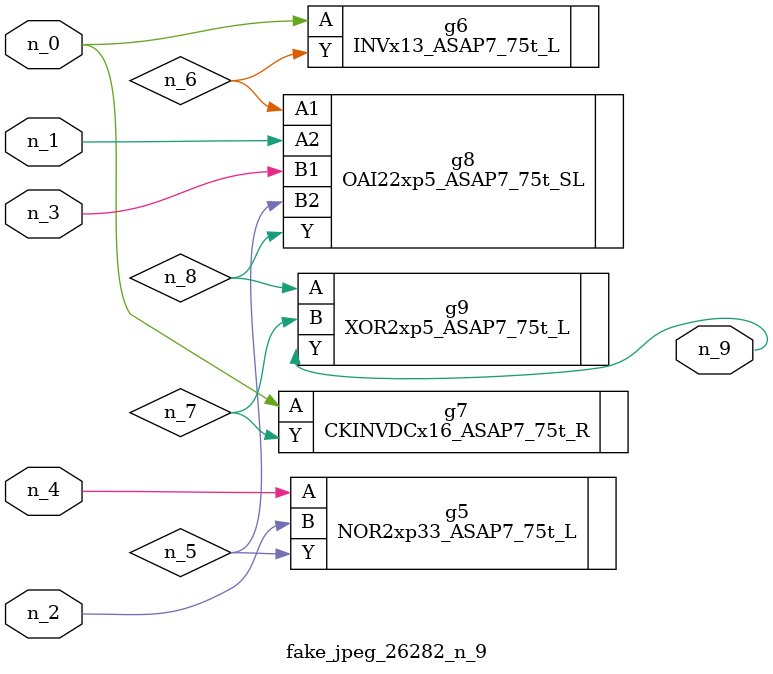
<source format=v>
module fake_jpeg_26282_n_9 (n_3, n_2, n_1, n_0, n_4, n_9);

input n_3;
input n_2;
input n_1;
input n_0;
input n_4;

output n_9;

wire n_8;
wire n_6;
wire n_5;
wire n_7;

NOR2xp33_ASAP7_75t_L g5 ( 
.A(n_4),
.B(n_2),
.Y(n_5)
);

INVx13_ASAP7_75t_L g6 ( 
.A(n_0),
.Y(n_6)
);

CKINVDCx16_ASAP7_75t_R g7 ( 
.A(n_0),
.Y(n_7)
);

OAI22xp5_ASAP7_75t_SL g8 ( 
.A1(n_6),
.A2(n_1),
.B1(n_3),
.B2(n_5),
.Y(n_8)
);

XOR2xp5_ASAP7_75t_L g9 ( 
.A(n_8),
.B(n_7),
.Y(n_9)
);


endmodule
</source>
